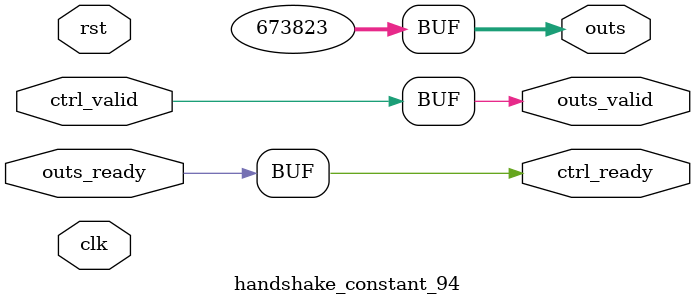
<source format=v>
`timescale 1ns / 1ps
module handshake_constant_94 #(
  parameter DATA_WIDTH = 32  // Default set to 32 bits
) (
  input                       clk,
  input                       rst,
  // Input Channel
  input                       ctrl_valid,
  output                      ctrl_ready,
  // Output Channel
  output [DATA_WIDTH - 1 : 0] outs,
  output                      outs_valid,
  input                       outs_ready
);
  assign outs       = 21'b010100100100000011111;
  assign outs_valid = ctrl_valid;
  assign ctrl_ready = outs_ready;

endmodule

</source>
